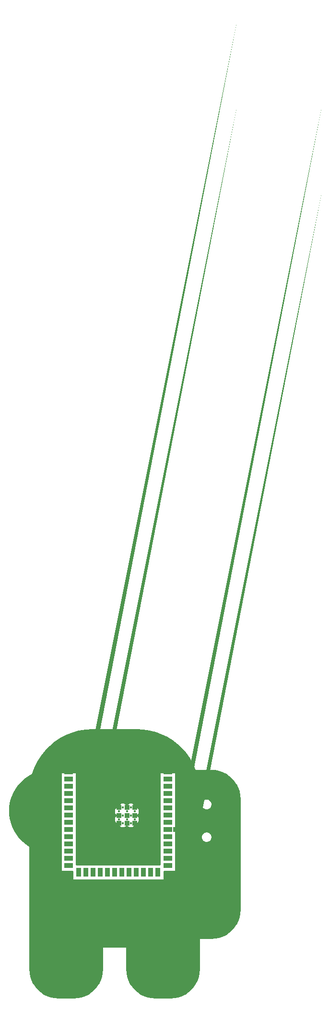
<source format=gbr>
%TF.GenerationSoftware,Flux,Pcbnew,7.0.11-7.0.11~ubuntu20.04.1*%
%TF.CreationDate,2024-08-16T08:07:52+00:00*%
%TF.ProjectId,input,696e7075-742e-46b6-9963-61645f706362,rev?*%
%TF.SameCoordinates,Original*%
%TF.FileFunction,Copper,L2,Bot*%
%TF.FilePolarity,Positive*%
%FSLAX46Y46*%
G04 Gerber Fmt 4.6, Leading zero omitted, Abs format (unit mm)*
G04 Filename: betterflipperzero*
G04 Build it with Flux! Visit our site at: https://www.flux.ai (PCBNEW 7.0.11-7.0.11~ubuntu20.04.1) date 2024-08-16 08:07:52*
%MOMM*%
%LPD*%
G01*
G04 APERTURE LIST*
G04 Aperture macros list*
%AMFreePoly0*
4,1,129,0.022069,0.299187,0.036723,0.297744,0.051289,0.295583,0.065730,0.292711,0.080014,0.289133,0.094105,0.284858,0.107969,0.279898,0.121572,0.274263,0.134883,0.267967,0.147869,0.261026,0.160499,0.253456,0.172742,0.245275,0.184569,0.236504,0.195952,0.227163,0.206862,0.217274,0.217274,0.206862,0.227163,0.195952,0.236504,0.184569,0.245275,0.172742,0.253456,0.160499,
0.261026,0.147869,0.267967,0.134883,0.274263,0.121572,0.279898,0.107969,0.284858,0.094105,0.289133,0.080014,0.292711,0.065730,0.295583,0.051289,0.297744,0.036723,0.299187,0.022069,0.299910,0.007362,0.299910,-0.007362,0.299187,-0.022069,0.297744,-0.036723,0.295583,-0.051289,0.292711,-0.065730,0.289133,-0.080014,0.284858,-0.094105,0.279898,-0.107969,0.274263,-0.121572,
0.267967,-0.134883,0.261026,-0.147869,0.253456,-0.160499,0.245275,-0.172742,0.236504,-0.184569,0.227163,-0.195952,0.217274,-0.206862,0.206862,-0.217274,0.195952,-0.227163,0.184569,-0.236504,0.172742,-0.245275,0.160499,-0.253456,0.147869,-0.261026,0.134883,-0.267967,0.121572,-0.274263,0.107969,-0.279898,0.094105,-0.284858,0.080014,-0.289133,0.065730,-0.292711,0.051289,-0.295583,
0.036723,-0.297744,0.022069,-0.299187,0.007362,-0.299910,-0.007362,-0.299910,-0.022069,-0.299187,-0.036723,-0.297744,-0.051289,-0.295583,-0.065730,-0.292711,-0.080014,-0.289133,-0.094105,-0.284858,-0.107969,-0.279898,-0.121572,-0.274263,-0.134883,-0.267967,-0.147869,-0.261026,-0.160499,-0.253456,-0.172742,-0.245275,-0.184569,-0.236504,-0.195952,-0.227163,-0.206862,-0.217274,-0.217274,-0.206862,
-0.227163,-0.195952,-0.236504,-0.184569,-0.245275,-0.172742,-0.253456,-0.160499,-0.261026,-0.147869,-0.267967,-0.134883,-0.274263,-0.121572,-0.279898,-0.107969,-0.284858,-0.094105,-0.289133,-0.080014,-0.292711,-0.065730,-0.295583,-0.051289,-0.297744,-0.036723,-0.299187,-0.022069,-0.299910,-0.007362,-0.299910,0.007362,-0.299187,0.022069,-0.297744,0.036723,-0.295583,0.051289,-0.292711,0.065730,
-0.289133,0.080014,-0.284858,0.094105,-0.279898,0.107969,-0.274263,0.121572,-0.267967,0.134883,-0.261026,0.147869,-0.253456,0.160499,-0.245275,0.172742,-0.236504,0.184569,-0.227163,0.195952,-0.217274,0.206862,-0.206862,0.217274,-0.195952,0.227163,-0.184569,0.236504,-0.172742,0.245275,-0.160499,0.253456,-0.147869,0.261026,-0.134883,0.267967,-0.121572,0.274263,-0.107969,0.279898,
-0.094105,0.284858,-0.080014,0.289133,-0.065730,0.292711,-0.051289,0.295583,-0.036723,0.297744,-0.022069,0.299187,-0.007362,0.299910,0.007362,0.299910,0.022069,0.299187,0.022069,0.299187,$1*%
%AMFreePoly1*
4,1,5,0.750000,-0.450000,-0.750000,-0.450000,-0.750000,0.450000,0.750000,0.450000,0.750000,-0.450000,0.750000,-0.450000,$1*%
%AMFreePoly2*
4,1,5,0.450000,-0.450000,-0.450000,-0.450000,-0.450000,0.450000,0.450000,0.450000,0.450000,-0.450000,0.450000,-0.450000,$1*%
%AMFreePoly3*
4,1,5,0.450000,-0.750000,-0.450000,-0.750000,-0.450000,0.750000,0.450000,0.750000,0.450000,-0.750000,0.450000,-0.750000,$1*%
G04 Aperture macros list end*
%TA.AperFunction,ComponentPad*%
%ADD10O,2.100000X1.050000*%
%TD*%
%TA.AperFunction,ComponentPad*%
%ADD11FreePoly0,0.000000*%
%TD*%
%TA.AperFunction,SMDPad,CuDef*%
%ADD12FreePoly1,0.000000*%
%TD*%
%TA.AperFunction,SMDPad,CuDef*%
%ADD13FreePoly2,0.000000*%
%TD*%
%TA.AperFunction,SMDPad,CuDef*%
%ADD14FreePoly3,0.000000*%
%TD*%
%TA.AperFunction,ComponentPad*%
%ADD15C,0.400000*%
%TD*%
G04 APERTURE END LIST*
D10*
%TO.P,,a9728bda-38a0-4284-839c-b054ecb6658e__2326611f-98f6-a130-ac94-da96fde3ec8f*%
%TO.N,N/C*%
X42720384Y-16909215D03*
%TO.P,,a9728bda-38a0-4284-839c-b054ecb6658e__9415c64b-4f59-a6d9-e7ea-dc5b1de656fb*%
X42720416Y-25549215D03*
%TO.P,,a9728bda-38a0-4284-839c-b054ecb6658e__9b3c6dc7-8e8d-43a0-5d61-3a6777006a6c*%
X46900416Y-25549200D03*
%TO.P,,a9728bda-38a0-4284-839c-b054ecb6658e__e8284091-fcc7-bc14-948c-a2f31e589c00*%
X46900384Y-16909200D03*
D11*
%TO.P,,6d486441-d8c5-414f-bf81-0cfa98cb07fc.via3.1*%
%TO.N,GND*%
X23100000Y-7800000D03*
%TO.P,,6d486441-d8c5-414f-bf81-0cfa98cb07fc.via2.2*%
X38100000Y-22800000D03*
%TO.P,,6d486441-d8c5-414f-bf81-0cfa98cb07fc.via2.1*%
X23100000Y-22800000D03*
%TO.P,,6d486441-d8c5-414f-bf81-0cfa98cb07fc.via1.2*%
X38100000Y-37800000D03*
%TD*%
D12*
%TO.P,,ff6aa628-a694-44a5-a8a3-0151430d2fb0__038cb78d-7f13-44e4-8e9a-53693437642d*%
%TO.N,N/C*%
X18914300Y-13829200D03*
%TO.P,,ff6aa628-a694-44a5-a8a3-0151430d2fb0__074883e9-8a1b-44e0-b46a-ca9c67916540*%
X18914300Y-17639200D03*
D13*
%TO.P,,ff6aa628-a694-44a5-a8a3-0151430d2fb0__0a1d94a2-9a47-41fa-913a-718297cb936f*%
X27764300Y-18879200D03*
%TO.P,,ff6aa628-a694-44a5-a8a3-0151430d2fb0__0eb7175f-22de-45c6-bfae-ba31aa1429b7*%
X27764300Y-21679200D03*
D14*
%TO.P,,ff6aa628-a694-44a5-a8a3-0151430d2fb0__149b1002-9ffa-4318-9ba7-5207bbca47d8*%
X30839300Y-30319200D03*
D12*
%TO.P,,ff6aa628-a694-44a5-a8a3-0151430d2fb0__15feaab6-c953-4c18-8f18-0eeba2babf8d*%
X18914300Y-15099200D03*
%TO.P,,ff6aa628-a694-44a5-a8a3-0151430d2fb0__19b3b8ac-30e6-4f2c-b3e4-cec8665f28e7*%
X18914300Y-18909200D03*
%TO.P,,ff6aa628-a694-44a5-a8a3-0151430d2fb0__1a1dc7dd-29d8-42d6-bf00-5b4859417f33*%
X18914300Y-26529200D03*
D14*
%TO.P,,ff6aa628-a694-44a5-a8a3-0151430d2fb0__28c3e18f-85a8-4a4e-811e-de92b424a83b*%
X28299300Y-30319200D03*
D13*
%TO.P,,ff6aa628-a694-44a5-a8a3-0151430d2fb0__2e2b374c-2dcd-4d96-bdc8-4a44c8bff2cb*%
X30564300Y-21679200D03*
D12*
%TO.P,,ff6aa628-a694-44a5-a8a3-0151430d2fb0__364f9212-23cf-4965-adf2-c0874852d737*%
X36414300Y-20179200D03*
D14*
%TO.P,,ff6aa628-a694-44a5-a8a3-0151430d2fb0__372b3587-4c65-4638-b6bd-0d615aaa9bcf*%
X32109300Y-30319200D03*
D12*
%TO.P,,ff6aa628-a694-44a5-a8a3-0151430d2fb0__378f37c9-9415-404b-9497-740ee99041f1*%
X36414300Y-27799200D03*
%TO.P,,ff6aa628-a694-44a5-a8a3-0151430d2fb0__389e2361-d216-424a-ad14-878b2c16ddf4*%
X18914300Y-27799200D03*
%TO.P,,ff6aa628-a694-44a5-a8a3-0151430d2fb0__467385d9-c49a-4b0c-9521-ff0dd23c2353*%
X18914300Y-25259200D03*
%TO.P,,ff6aa628-a694-44a5-a8a3-0151430d2fb0__48c404ab-321c-4d57-808f-5b71ff3facaa*%
X36414300Y-13829200D03*
%TO.P,,ff6aa628-a694-44a5-a8a3-0151430d2fb0__4b351687-6185-426a-ae30-48d9cbd76add*%
X18914300Y-21449200D03*
D14*
%TO.P,,ff6aa628-a694-44a5-a8a3-0151430d2fb0__4d4f93f3-8acb-4554-ac43-cd747cba396f*%
X21949300Y-30319200D03*
D12*
%TO.P,,ff6aa628-a694-44a5-a8a3-0151430d2fb0__4e079aee-7172-4049-b943-7630e2bcc7bb*%
X18914300Y-16369200D03*
%TO.P,,ff6aa628-a694-44a5-a8a3-0151430d2fb0__54bf5518-18c6-4e11-8164-12302f1229fc*%
X36414300Y-23989200D03*
%TO.P,,ff6aa628-a694-44a5-a8a3-0151430d2fb0__57377a0b-5d9b-4471-ad37-440a84dc5c1c*%
X18914300Y-29069200D03*
%TO.P,,ff6aa628-a694-44a5-a8a3-0151430d2fb0__598dd6e4-bd38-4f37-a754-6b03fa56aff0*%
X36414300Y-29069200D03*
D14*
%TO.P,,ff6aa628-a694-44a5-a8a3-0151430d2fb0__5b5fe32f-7fbe-4265-8d60-dc4b99d1a4c5*%
X33379300Y-30319200D03*
%TO.P,,ff6aa628-a694-44a5-a8a3-0151430d2fb0__5e286a02-b1c0-4b2e-894b-9e9484d7c671*%
X23219300Y-30319200D03*
D13*
%TO.P,,ff6aa628-a694-44a5-a8a3-0151430d2fb0__867a37e5-175c-4e72-b1bc-70e2c8b4a089*%
X30564300Y-20279200D03*
D12*
%TO.P,,ff6aa628-a694-44a5-a8a3-0151430d2fb0__8d1d5373-94ab-4aec-a6e3-7ae1b222c6b0*%
X36414300Y-16369200D03*
D14*
%TO.P,,ff6aa628-a694-44a5-a8a3-0151430d2fb0__9483d5e5-e44a-49e7-a9f2-cfc808672c84*%
X29569300Y-30319200D03*
D12*
%TO.P,,ff6aa628-a694-44a5-a8a3-0151430d2fb0__95038b53-efb1-401a-b7b0-5a15d90bdd5a*%
X36414300Y-15099200D03*
D14*
%TO.P,,ff6aa628-a694-44a5-a8a3-0151430d2fb0__9808895e-53c5-4bb1-89b5-2f682c8c59c8*%
X20679300Y-30319200D03*
D12*
%TO.P,,ff6aa628-a694-44a5-a8a3-0151430d2fb0__9dbd24d4-d20d-45c3-a21d-a6a6f23e3004*%
X36414300Y-21449200D03*
%TO.P,,ff6aa628-a694-44a5-a8a3-0151430d2fb0__a5461eb3-ba20-4ff8-986f-77093064c7fd*%
X36414300Y-22719200D03*
%TO.P,,ff6aa628-a694-44a5-a8a3-0151430d2fb0__b328097a-6308-4fb0-8865-8b354d07d1e1*%
X18914300Y-20179200D03*
D13*
%TO.P,,ff6aa628-a694-44a5-a8a3-0151430d2fb0__b3d47a51-17b0-40f1-94d7-91665f8a5b74*%
X27764300Y-20279200D03*
D12*
%TO.P,,ff6aa628-a694-44a5-a8a3-0151430d2fb0__bfd8b816-9a44-4830-ba7a-92ffaa0cd6c4*%
X36414300Y-25259200D03*
%TO.P,,ff6aa628-a694-44a5-a8a3-0151430d2fb0__c0aeacaa-8ce1-4b42-866c-b142a90d5e1b*%
X18914300Y-22719200D03*
%TO.P,,ff6aa628-a694-44a5-a8a3-0151430d2fb0__c2966f8a-bd4c-4e9e-9bd3-e290757d07ca*%
X36414300Y-26529200D03*
%TO.P,,ff6aa628-a694-44a5-a8a3-0151430d2fb0__c3afd9a5-1ab7-4def-a4ee-3e28405bceff*%
X36414300Y-18909200D03*
D14*
%TO.P,,ff6aa628-a694-44a5-a8a3-0151430d2fb0__c62376b8-e5dc-4ab0-8908-f15f3f11b117*%
X27029300Y-30319200D03*
D13*
%TO.P,,ff6aa628-a694-44a5-a8a3-0151430d2fb0__cfdba786-50db-4356-96cf-ac6ee75314e0*%
X29164300Y-21679200D03*
D12*
%TO.P,,ff6aa628-a694-44a5-a8a3-0151430d2fb0__ee163daa-5110-4e00-ad80-3db228fbfcac*%
X18914300Y-12559200D03*
D13*
%TO.P,,ff6aa628-a694-44a5-a8a3-0151430d2fb0__ee302306-e8f5-4173-904b-e082f63f0331*%
X29164300Y-20279200D03*
D14*
%TO.P,,ff6aa628-a694-44a5-a8a3-0151430d2fb0__f2452f17-455e-40a4-8de7-c5d61dafdc3f*%
X25759300Y-30319200D03*
D12*
%TO.P,,ff6aa628-a694-44a5-a8a3-0151430d2fb0__f338ba31-623d-455e-8973-1e6afaa89b04*%
X36414300Y-17639200D03*
%TO.P,,ff6aa628-a694-44a5-a8a3-0151430d2fb0__f4caacbd-9c2b-4dae-912c-0c8f53f0194d*%
X36414300Y-12559200D03*
D14*
%TO.P,,ff6aa628-a694-44a5-a8a3-0151430d2fb0__f4e0e1de-4650-498a-92e2-2bd6617ff5d9*%
X24489300Y-30319200D03*
D13*
%TO.P,,ff6aa628-a694-44a5-a8a3-0151430d2fb0__fad17131-84aa-453f-ae74-725cc6191e8b*%
X29164300Y-18879200D03*
D14*
%TO.P,,ff6aa628-a694-44a5-a8a3-0151430d2fb0__fae28ec3-3b8c-4290-866b-75b4c93d0946*%
X34649300Y-30319200D03*
D13*
%TO.P,,ff6aa628-a694-44a5-a8a3-0151430d2fb0__fb3ef5ee-6d96-40cb-bf5b-23e493685d10*%
X30564300Y-18879200D03*
D12*
%TO.P,,ff6aa628-a694-44a5-a8a3-0151430d2fb0__fe26ffc2-a141-46a4-b02c-250e6d92bf8c*%
X18914300Y-23989200D03*
D15*
%TO.P,,ff6aa628-a694-44a5-a8a3-0151430d2fb0__ee3a696f-ef70-402c-ab0c-7137ed4eee28.defaultFootprint.mounts.183bc2e5b0fd3164e75ded3f1243107f*%
X28464300Y-21679200D03*
%TO.P,,ff6aa628-a694-44a5-a8a3-0151430d2fb0__ee3a696f-ef70-402c-ab0c-7137ed4eee28.defaultFootprint.mounts.9dc978c55082aad2fafacdbd9f5f57bc*%
X29864300Y-21679200D03*
%TO.P,,ff6aa628-a694-44a5-a8a3-0151430d2fb0__ee3a696f-ef70-402c-ab0c-7137ed4eee28.defaultFootprint.mounts.a0d68b55a491274f814daab068f0c950*%
X28464300Y-20279200D03*
%TO.P,,ff6aa628-a694-44a5-a8a3-0151430d2fb0__ee3a696f-ef70-402c-ab0c-7137ed4eee28.defaultFootprint.mounts.afcd757d940930679b843bc1e4386240*%
X29864300Y-20279200D03*
%TO.P,,ff6aa628-a694-44a5-a8a3-0151430d2fb0__ee3a696f-ef70-402c-ab0c-7137ed4eee28.defaultFootprint.mounts.4504ff15bdcf4818a54146cc7a8e9a0d*%
X28464300Y-18879200D03*
%TO.P,,ff6aa628-a694-44a5-a8a3-0151430d2fb0__ee3a696f-ef70-402c-ab0c-7137ed4eee28.defaultFootprint.mounts.19f3852e009ba6bfae8a2fce513ef1dd*%
X29864300Y-18879200D03*
%TO.P,,ff6aa628-a694-44a5-a8a3-0151430d2fb0__ee3a696f-ef70-402c-ab0c-7137ed4eee28.defaultFootprint.mounts.6d4d26d8edc27532900a7c937b5e863d*%
X27764300Y-20979200D03*
%TO.P,,ff6aa628-a694-44a5-a8a3-0151430d2fb0__ee3a696f-ef70-402c-ab0c-7137ed4eee28.defaultFootprint.mounts.f2ecf32f083cf9b5783a264d7a48b752*%
X29164300Y-20979200D03*
%TO.P,,ff6aa628-a694-44a5-a8a3-0151430d2fb0__ee3a696f-ef70-402c-ab0c-7137ed4eee28.defaultFootprint.mounts.cf10f8cc0c36fe03b55323802961a88d*%
X30564300Y-20979200D03*
%TO.P,,ff6aa628-a694-44a5-a8a3-0151430d2fb0__ee3a696f-ef70-402c-ab0c-7137ed4eee28.defaultFootprint.mounts.52e844226e796b1c42a9f7f1323ab2f7*%
X27764300Y-19579200D03*
%TO.P,,ff6aa628-a694-44a5-a8a3-0151430d2fb0__ee3a696f-ef70-402c-ab0c-7137ed4eee28.defaultFootprint.mounts.a17b4eabb5e4ad17dbcba1ef557d9230*%
X30564300Y-19579200D03*
%TO.P,,ff6aa628-a694-44a5-a8a3-0151430d2fb0__ee3a696f-ef70-402c-ab0c-7137ed4eee28.defaultFootprint.mounts.fab9ee6953aa1da2d8a8f965443f1f1b*%
X29164300Y-19579200D03*
%TD*%
%TA.AperFunction,Conductor*%
%TO.N,GND*%
G36*
X19795000Y-52550000D02*
G01*
X17105000Y-52550000D01*
X16407000Y-52503000D01*
X16397000Y-52502000D01*
X15735000Y-52366000D01*
X15726000Y-52363000D01*
X15098000Y-52146000D01*
X15089000Y-52142000D01*
X14510000Y-51852000D01*
X14502000Y-51847000D01*
X13956000Y-51479000D01*
X13948000Y-51473000D01*
X13463000Y-51043000D01*
X13457000Y-51037000D01*
X13027000Y-50552000D01*
X13021000Y-50544000D01*
X12653000Y-49998000D01*
X12648000Y-49990000D01*
X12358000Y-49411000D01*
X12354000Y-49402000D01*
X12137000Y-48774000D01*
X12134000Y-48765000D01*
X11998000Y-48103000D01*
X11997000Y-48093000D01*
X11950000Y-47395000D01*
X11950000Y-25773000D01*
X11330000Y-25359000D01*
X11325000Y-25355000D01*
X10842000Y-24970000D01*
X10837000Y-24966000D01*
X10412000Y-24564000D01*
X10407000Y-24559000D01*
X10000000Y-24105000D01*
X9996000Y-24100000D01*
X9637000Y-23625000D01*
X9634000Y-23620000D01*
X9308000Y-23105000D01*
X9304000Y-23099000D01*
X9029000Y-22568000D01*
X9027000Y-22562000D01*
X8788000Y-21985000D01*
X8786000Y-21979000D01*
X8601000Y-21397000D01*
X8599000Y-21391000D01*
X8466000Y-20795000D01*
X8465000Y-20788000D01*
X8380000Y-20151000D01*
X8379000Y-20144000D01*
X8351000Y-19504000D01*
X8351000Y-19497000D01*
X8383000Y-18801000D01*
X8384000Y-18794000D01*
X8480000Y-18127000D01*
X8481000Y-18120000D01*
X8642000Y-17460000D01*
X8644000Y-17454000D01*
X8852000Y-16843000D01*
X8855000Y-16837000D01*
X9129000Y-16228000D01*
X9132000Y-16222000D01*
X9453000Y-15655000D01*
X9457000Y-15650000D01*
X9824000Y-15116000D01*
X9829000Y-15110000D01*
X10241000Y-14617000D01*
X10711000Y-14147000D01*
X11215000Y-13725000D01*
X11221000Y-13721000D01*
X11749000Y-13357000D01*
X11754000Y-13353000D01*
X12416000Y-12978000D01*
X12452816Y-12879000D01*
X17664000Y-12879000D01*
X17664000Y-30019000D01*
X19641000Y-30019000D01*
X19729000Y-30107000D01*
X19729000Y-31569000D01*
X35599000Y-31569000D01*
X35599000Y-30107000D01*
X35687000Y-30019000D01*
X37664000Y-30019000D01*
X37664000Y-25510000D01*
X41848000Y-25510000D01*
X41848000Y-25591000D01*
X41870000Y-25673000D01*
X41870000Y-25674000D01*
X41910000Y-25742000D01*
X41915000Y-25749000D01*
X41972000Y-25806000D01*
X42045000Y-25848000D01*
X42131000Y-25871000D01*
X43310000Y-25871000D01*
X43397000Y-25848000D01*
X43396000Y-25848000D01*
X43469000Y-25806000D01*
X43526000Y-25749000D01*
X43531000Y-25742000D01*
X43571000Y-25674000D01*
X43571000Y-25673000D01*
X43593000Y-25591000D01*
X43593000Y-25510000D01*
X46278000Y-25510000D01*
X46278000Y-25591000D01*
X46300000Y-25673000D01*
X46300000Y-25674000D01*
X46340000Y-25742000D01*
X46345000Y-25749000D01*
X46402000Y-25806000D01*
X46475000Y-25848000D01*
X46561000Y-25871000D01*
X47240000Y-25871000D01*
X47327000Y-25848000D01*
X47326000Y-25848000D01*
X47399000Y-25806000D01*
X47456000Y-25749000D01*
X47461000Y-25742000D01*
X47501000Y-25674000D01*
X47501000Y-25673000D01*
X47523000Y-25591000D01*
X47523000Y-25510000D01*
X47500000Y-25424000D01*
X47499000Y-25421000D01*
X47461000Y-25355000D01*
X47458000Y-25351000D01*
X47399000Y-25292000D01*
X47326000Y-25250000D01*
X47327000Y-25250000D01*
X47240000Y-25227000D01*
X46561000Y-25227000D01*
X46475000Y-25250000D01*
X46402000Y-25292000D01*
X46343000Y-25351000D01*
X46340000Y-25355000D01*
X46302000Y-25421000D01*
X46301000Y-25424000D01*
X46278000Y-25510000D01*
X43593000Y-25510000D01*
X43570000Y-25424000D01*
X43569000Y-25421000D01*
X43531000Y-25355000D01*
X43528000Y-25351000D01*
X43469000Y-25292000D01*
X43396000Y-25250000D01*
X43392000Y-25248000D01*
X43278000Y-25216000D01*
X43280000Y-24987000D01*
X43576000Y-24909000D01*
X43578000Y-24908000D01*
X43772000Y-24795000D01*
X43926000Y-24641000D01*
X44039000Y-24447000D01*
X44097000Y-24230000D01*
X44097000Y-24007000D01*
X44043000Y-23796000D01*
X43927000Y-23598000D01*
X43924000Y-23595000D01*
X43769000Y-23442000D01*
X43768000Y-23441000D01*
X43578000Y-23331000D01*
X43361000Y-23272000D01*
X43141000Y-23272000D01*
X42920000Y-23332000D01*
X42730000Y-23442000D01*
X42573000Y-23599000D01*
X42463000Y-23789000D01*
X42403000Y-24010000D01*
X42403000Y-24230000D01*
X42462000Y-24447000D01*
X42572000Y-24637000D01*
X42573000Y-24638000D01*
X42726000Y-24793000D01*
X42729000Y-24796000D01*
X42924000Y-24911000D01*
X43134000Y-24965000D01*
X43101000Y-25227000D01*
X42131000Y-25227000D01*
X42045000Y-25250000D01*
X41972000Y-25292000D01*
X41913000Y-25351000D01*
X41910000Y-25355000D01*
X41872000Y-25421000D01*
X41871000Y-25424000D01*
X41848000Y-25510000D01*
X37664000Y-25510000D01*
X37664000Y-16870000D01*
X41848000Y-16870000D01*
X41848000Y-16951000D01*
X41870000Y-17033000D01*
X41870000Y-17034000D01*
X41910000Y-17102000D01*
X41916000Y-17109000D01*
X41972000Y-17166000D01*
X42045000Y-17208000D01*
X42131000Y-17231000D01*
X43107000Y-17231000D01*
X43142000Y-17491000D01*
X42920000Y-17552000D01*
X42730000Y-17662000D01*
X42573000Y-17819000D01*
X42463000Y-18009000D01*
X42403000Y-18231000D01*
X42403000Y-18450000D01*
X42462000Y-18667000D01*
X42572000Y-18857000D01*
X42573000Y-18858000D01*
X42726000Y-19013000D01*
X42729000Y-19016000D01*
X42924000Y-19131000D01*
X43138000Y-19186000D01*
X43361000Y-19186000D01*
X43578000Y-19128000D01*
X43772000Y-19015000D01*
X43926000Y-18861000D01*
X44039000Y-18667000D01*
X44097000Y-18450000D01*
X44097000Y-18227000D01*
X44043000Y-18016000D01*
X43927000Y-17818000D01*
X43924000Y-17815000D01*
X43769000Y-17662000D01*
X43768000Y-17661000D01*
X43578000Y-17551000D01*
X43280000Y-17470000D01*
X43278000Y-17242000D01*
X43392000Y-17210000D01*
X43396000Y-17208000D01*
X43469000Y-17166000D01*
X43526000Y-17109000D01*
X43531000Y-17102000D01*
X43571000Y-17034000D01*
X43571000Y-17033000D01*
X43593000Y-16951000D01*
X43593000Y-16870000D01*
X46278000Y-16870000D01*
X46278000Y-16951000D01*
X46300000Y-17033000D01*
X46300000Y-17034000D01*
X46340000Y-17102000D01*
X46346000Y-17109000D01*
X46402000Y-17166000D01*
X46475000Y-17208000D01*
X46561000Y-17231000D01*
X47240000Y-17231000D01*
X47327000Y-17208000D01*
X47326000Y-17208000D01*
X47399000Y-17166000D01*
X47456000Y-17109000D01*
X47461000Y-17102000D01*
X47501000Y-17034000D01*
X47501000Y-17033000D01*
X47523000Y-16951000D01*
X47523000Y-16870000D01*
X47500000Y-16784000D01*
X47499000Y-16781000D01*
X47459000Y-16712000D01*
X47399000Y-16652000D01*
X47326000Y-16610000D01*
X47327000Y-16610000D01*
X47240000Y-16587000D01*
X46561000Y-16587000D01*
X46475000Y-16610000D01*
X46402000Y-16652000D01*
X46342000Y-16712000D01*
X46302000Y-16781000D01*
X46301000Y-16784000D01*
X46278000Y-16870000D01*
X43593000Y-16870000D01*
X43570000Y-16784000D01*
X43569000Y-16781000D01*
X43529000Y-16712000D01*
X43469000Y-16652000D01*
X43396000Y-16610000D01*
X43397000Y-16610000D01*
X43310000Y-16587000D01*
X42131000Y-16587000D01*
X42045000Y-16610000D01*
X41972000Y-16652000D01*
X41912000Y-16712000D01*
X41872000Y-16781000D01*
X41871000Y-16784000D01*
X41848000Y-16870000D01*
X37664000Y-16870000D01*
X37664000Y-12879000D01*
X35164000Y-12879000D01*
X35164000Y-28981000D01*
X35076000Y-29069000D01*
X20252000Y-29069000D01*
X20164000Y-28981000D01*
X20164000Y-19483000D01*
X27066000Y-19483000D01*
X27066000Y-19669000D01*
X27116000Y-19853000D01*
X27207000Y-20009000D01*
X27336000Y-20138000D01*
X27339000Y-20140000D01*
X27431000Y-20194000D01*
X27431000Y-20365000D01*
X27337000Y-20422000D01*
X27334000Y-20424000D01*
X27206000Y-20549000D01*
X27205000Y-20550000D01*
X27117000Y-20705000D01*
X27112000Y-20718000D01*
X27066000Y-20883000D01*
X27066000Y-21069000D01*
X27116000Y-21253000D01*
X27207000Y-21409000D01*
X27337000Y-21539000D01*
X27500000Y-21633000D01*
X27701000Y-21684000D01*
X27758000Y-21741000D01*
X27816000Y-21952000D01*
X27907000Y-22109000D01*
X28037000Y-22239000D01*
X28199000Y-22332000D01*
X28372000Y-22377000D01*
X28555000Y-22377000D01*
X28729000Y-22332000D01*
X28894000Y-22237000D01*
X29022000Y-22109000D01*
X29024000Y-22106000D01*
X29081000Y-22012000D01*
X29253000Y-22014000D01*
X29305000Y-22106000D01*
X29307000Y-22109000D01*
X29437000Y-22239000D01*
X29599000Y-22332000D01*
X29772000Y-22377000D01*
X29955000Y-22377000D01*
X30129000Y-22332000D01*
X30294000Y-22237000D01*
X30422000Y-22109000D01*
X30513000Y-21952000D01*
X30571000Y-21741000D01*
X30628000Y-21684000D01*
X30829000Y-21632000D01*
X30994000Y-21537000D01*
X31122000Y-21409000D01*
X31213000Y-21253000D01*
X31263000Y-21069000D01*
X31263000Y-20883000D01*
X31217000Y-20718000D01*
X31212000Y-20705000D01*
X31124000Y-20550000D01*
X31123000Y-20549000D01*
X30995000Y-20424000D01*
X30897000Y-20365000D01*
X30897000Y-20194000D01*
X30991000Y-20139000D01*
X30994000Y-20137000D01*
X31122000Y-20009000D01*
X31213000Y-19853000D01*
X31263000Y-19669000D01*
X31263000Y-19483000D01*
X31217000Y-19318000D01*
X31212000Y-19305000D01*
X31124000Y-19150000D01*
X31123000Y-19149000D01*
X30996000Y-19024000D01*
X30834000Y-18928000D01*
X30830000Y-18926000D01*
X30630000Y-18874000D01*
X30572000Y-18818000D01*
X30515000Y-18614000D01*
X30512000Y-18605000D01*
X30424000Y-18450000D01*
X30423000Y-18449000D01*
X30296000Y-18324000D01*
X30134000Y-18228000D01*
X30129000Y-18226000D01*
X29956000Y-18181000D01*
X29771000Y-18181000D01*
X29598000Y-18226000D01*
X29593000Y-18228000D01*
X29437000Y-18322000D01*
X29434000Y-18324000D01*
X29306000Y-18449000D01*
X29306000Y-18450000D01*
X29254000Y-18544000D01*
X29080000Y-18546000D01*
X29024000Y-18450000D01*
X29023000Y-18449000D01*
X28896000Y-18324000D01*
X28734000Y-18228000D01*
X28729000Y-18226000D01*
X28556000Y-18181000D01*
X28371000Y-18181000D01*
X28198000Y-18226000D01*
X28193000Y-18228000D01*
X28037000Y-18322000D01*
X28034000Y-18324000D01*
X27906000Y-18449000D01*
X27905000Y-18450000D01*
X27817000Y-18605000D01*
X27814000Y-18614000D01*
X27757000Y-18818000D01*
X27699000Y-18874000D01*
X27498000Y-18926000D01*
X27493000Y-18928000D01*
X27335000Y-19023000D01*
X27334000Y-19024000D01*
X27206000Y-19149000D01*
X27205000Y-19150000D01*
X27117000Y-19305000D01*
X27112000Y-19318000D01*
X27066000Y-19483000D01*
X20164000Y-19483000D01*
X20164000Y-12879000D01*
X17664000Y-12879000D01*
X12452816Y-12879000D01*
X12863000Y-11776000D01*
X12866000Y-11769000D01*
X13379000Y-10735000D01*
X13383000Y-10728000D01*
X14011000Y-9741000D01*
X14015000Y-9735000D01*
X14730000Y-8835000D01*
X14735000Y-8829000D01*
X15529000Y-8015000D01*
X15535000Y-8010000D01*
X16432000Y-7264000D01*
X16438000Y-7260000D01*
X17395000Y-6619000D01*
X17402000Y-6615000D01*
X18424000Y-6076000D01*
X18431000Y-6073000D01*
X19526000Y-5636000D01*
X19534000Y-5634000D01*
X20665000Y-5317000D01*
X20672000Y-5316000D01*
X21869000Y-5117000D01*
X21877000Y-5116000D01*
X23098000Y-5050000D01*
X30904000Y-5050000D01*
X32058000Y-5109000D01*
X32065000Y-5110000D01*
X33180000Y-5283000D01*
X33187000Y-5285000D01*
X34272000Y-5570000D01*
X34279000Y-5572000D01*
X35313000Y-5958000D01*
X35320000Y-5961000D01*
X36303000Y-6445000D01*
X36309000Y-6449000D01*
X37238000Y-7026000D01*
X37244000Y-7030000D01*
X38098000Y-7684000D01*
X38104000Y-7689000D01*
X38898000Y-8432000D01*
X38903000Y-8437000D01*
X39618000Y-9249000D01*
X39623000Y-9254000D01*
X40255000Y-10131000D01*
X40259000Y-10138000D01*
X40809000Y-11085000D01*
X40812000Y-11091000D01*
X41340000Y-12250000D01*
X44095000Y-12250000D01*
X44793000Y-12297000D01*
X44803000Y-12298000D01*
X45465000Y-12434000D01*
X45474000Y-12437000D01*
X46102000Y-12654000D01*
X46111000Y-12658000D01*
X46690000Y-12948000D01*
X46698000Y-12953000D01*
X47244000Y-13321000D01*
X47252000Y-13327000D01*
X47737000Y-13757000D01*
X47743000Y-13763000D01*
X48173000Y-14248000D01*
X48179000Y-14256000D01*
X48547000Y-14802000D01*
X48552000Y-14810000D01*
X48842000Y-15389000D01*
X48846000Y-15398000D01*
X49063000Y-16026000D01*
X49066000Y-16035000D01*
X49202000Y-16697000D01*
X49203000Y-16707000D01*
X49250000Y-17405000D01*
X49250000Y-36895000D01*
X49203000Y-37593000D01*
X49202000Y-37603000D01*
X49066000Y-38265000D01*
X49063000Y-38274000D01*
X48846000Y-38902000D01*
X48842000Y-38911000D01*
X48552000Y-39490000D01*
X48547000Y-39498000D01*
X48179000Y-40044000D01*
X48173000Y-40052000D01*
X47743000Y-40537000D01*
X47737000Y-40543000D01*
X47252000Y-40973000D01*
X47244000Y-40979000D01*
X46698000Y-41347000D01*
X46690000Y-41352000D01*
X46111000Y-41642000D01*
X46102000Y-41646000D01*
X45474000Y-41863000D01*
X45465000Y-41866000D01*
X44803000Y-42002000D01*
X44793000Y-42003000D01*
X44095000Y-42050000D01*
X42050000Y-42050000D01*
X42050000Y-47395000D01*
X42003000Y-48093000D01*
X42002000Y-48103000D01*
X41866000Y-48765000D01*
X41863000Y-48774000D01*
X41646000Y-49402000D01*
X41642000Y-49411000D01*
X41352000Y-49990000D01*
X41347000Y-49998000D01*
X40979000Y-50544000D01*
X40973000Y-50552000D01*
X40543000Y-51037000D01*
X40537000Y-51043000D01*
X40052000Y-51473000D01*
X40044000Y-51479000D01*
X39498000Y-51847000D01*
X39490000Y-51852000D01*
X38911000Y-52142000D01*
X38902000Y-52146000D01*
X38274000Y-52363000D01*
X38265000Y-52366000D01*
X37603000Y-52502000D01*
X37593000Y-52503000D01*
X36895000Y-52550000D01*
X34205000Y-52550000D01*
X33507000Y-52503000D01*
X33497000Y-52502000D01*
X32835000Y-52366000D01*
X32826000Y-52363000D01*
X32198000Y-52146000D01*
X32189000Y-52142000D01*
X31610000Y-51852000D01*
X31602000Y-51847000D01*
X31056000Y-51479000D01*
X31048000Y-51473000D01*
X30563000Y-51043000D01*
X30557000Y-51037000D01*
X30127000Y-50552000D01*
X30121000Y-50544000D01*
X29753000Y-49998000D01*
X29748000Y-49990000D01*
X29458000Y-49411000D01*
X29454000Y-49402000D01*
X29237000Y-48774000D01*
X29234000Y-48765000D01*
X29098000Y-48103000D01*
X29097000Y-48093000D01*
X29050000Y-47395000D01*
X29050000Y-43550000D01*
X24950000Y-43550000D01*
X24950000Y-47395000D01*
X24903000Y-48093000D01*
X24902000Y-48103000D01*
X24766000Y-48765000D01*
X24763000Y-48774000D01*
X24546000Y-49402000D01*
X24542000Y-49411000D01*
X24252000Y-49990000D01*
X24247000Y-49998000D01*
X23879000Y-50544000D01*
X23873000Y-50552000D01*
X23443000Y-51037000D01*
X23437000Y-51043000D01*
X22952000Y-51473000D01*
X22944000Y-51479000D01*
X22398000Y-51847000D01*
X22390000Y-51852000D01*
X21811000Y-52142000D01*
X21802000Y-52146000D01*
X21174000Y-52363000D01*
X21165000Y-52366000D01*
X20503000Y-52502000D01*
X20493000Y-52503000D01*
X19795000Y-52550000D01*
G37*
%TD.AperFunction*%
%TD*%
M02*

</source>
